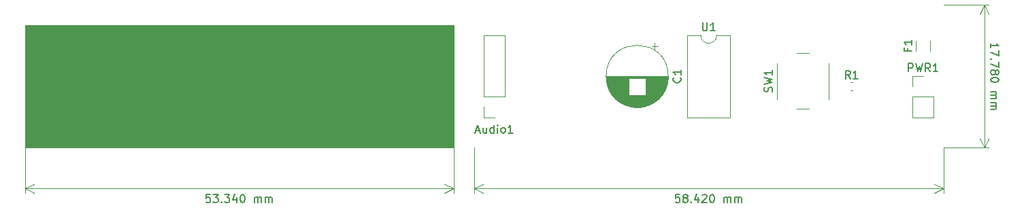
<source format=gbr>
G04 #@! TF.GenerationSoftware,KiCad,Pcbnew,(5.1.0)-1*
G04 #@! TF.CreationDate,2019-03-30T00:31:39+01:00*
G04 #@! TF.ProjectId,UV_Meter,55565f4d-6574-4657-922e-6b696361645f,rev?*
G04 #@! TF.SameCoordinates,Original*
G04 #@! TF.FileFunction,Legend,Top*
G04 #@! TF.FilePolarity,Positive*
%FSLAX46Y46*%
G04 Gerber Fmt 4.6, Leading zero omitted, Abs format (unit mm)*
G04 Created by KiCad (PCBNEW (5.1.0)-1) date 2019-03-30 00:31:39*
%MOMM*%
%LPD*%
G04 APERTURE LIST*
%ADD10C,0.150000*%
%ADD11C,0.120000*%
%ADD12C,0.100000*%
G04 APERTURE END LIST*
D10*
X87177619Y-25638571D02*
X87177619Y-25067142D01*
X87177619Y-25352857D02*
X88177619Y-25352857D01*
X88034761Y-25257619D01*
X87939523Y-25162380D01*
X87891904Y-25067142D01*
X88177619Y-25971904D02*
X88177619Y-26638571D01*
X87177619Y-26210000D01*
X87272857Y-27019523D02*
X87225238Y-27067142D01*
X87177619Y-27019523D01*
X87225238Y-26971904D01*
X87272857Y-27019523D01*
X87177619Y-27019523D01*
X88177619Y-27400476D02*
X88177619Y-28067142D01*
X87177619Y-27638571D01*
X87749047Y-28590952D02*
X87796666Y-28495714D01*
X87844285Y-28448095D01*
X87939523Y-28400476D01*
X87987142Y-28400476D01*
X88082380Y-28448095D01*
X88130000Y-28495714D01*
X88177619Y-28590952D01*
X88177619Y-28781428D01*
X88130000Y-28876666D01*
X88082380Y-28924285D01*
X87987142Y-28971904D01*
X87939523Y-28971904D01*
X87844285Y-28924285D01*
X87796666Y-28876666D01*
X87749047Y-28781428D01*
X87749047Y-28590952D01*
X87701428Y-28495714D01*
X87653809Y-28448095D01*
X87558571Y-28400476D01*
X87368095Y-28400476D01*
X87272857Y-28448095D01*
X87225238Y-28495714D01*
X87177619Y-28590952D01*
X87177619Y-28781428D01*
X87225238Y-28876666D01*
X87272857Y-28924285D01*
X87368095Y-28971904D01*
X87558571Y-28971904D01*
X87653809Y-28924285D01*
X87701428Y-28876666D01*
X87749047Y-28781428D01*
X88177619Y-29590952D02*
X88177619Y-29686190D01*
X88130000Y-29781428D01*
X88082380Y-29829047D01*
X87987142Y-29876666D01*
X87796666Y-29924285D01*
X87558571Y-29924285D01*
X87368095Y-29876666D01*
X87272857Y-29829047D01*
X87225238Y-29781428D01*
X87177619Y-29686190D01*
X87177619Y-29590952D01*
X87225238Y-29495714D01*
X87272857Y-29448095D01*
X87368095Y-29400476D01*
X87558571Y-29352857D01*
X87796666Y-29352857D01*
X87987142Y-29400476D01*
X88082380Y-29448095D01*
X88130000Y-29495714D01*
X88177619Y-29590952D01*
X87177619Y-31114761D02*
X87844285Y-31114761D01*
X87749047Y-31114761D02*
X87796666Y-31162380D01*
X87844285Y-31257619D01*
X87844285Y-31400476D01*
X87796666Y-31495714D01*
X87701428Y-31543333D01*
X87177619Y-31543333D01*
X87701428Y-31543333D02*
X87796666Y-31590952D01*
X87844285Y-31686190D01*
X87844285Y-31829047D01*
X87796666Y-31924285D01*
X87701428Y-31971904D01*
X87177619Y-31971904D01*
X87177619Y-32448095D02*
X87844285Y-32448095D01*
X87749047Y-32448095D02*
X87796666Y-32495714D01*
X87844285Y-32590952D01*
X87844285Y-32733809D01*
X87796666Y-32829047D01*
X87701428Y-32876666D01*
X87177619Y-32876666D01*
X87701428Y-32876666D02*
X87796666Y-32924285D01*
X87844285Y-33019523D01*
X87844285Y-33162380D01*
X87796666Y-33257619D01*
X87701428Y-33305238D01*
X87177619Y-33305238D01*
D11*
X86360000Y-20320000D02*
X86360000Y-38100000D01*
X81280000Y-20320000D02*
X86946421Y-20320000D01*
X81280000Y-38100000D02*
X86946421Y-38100000D01*
X86360000Y-38100000D02*
X85773579Y-36973496D01*
X86360000Y-38100000D02*
X86946421Y-36973496D01*
X86360000Y-20320000D02*
X85773579Y-21446504D01*
X86360000Y-20320000D02*
X86946421Y-21446504D01*
D10*
X48450952Y-43902380D02*
X47974761Y-43902380D01*
X47927142Y-44378571D01*
X47974761Y-44330952D01*
X48070000Y-44283333D01*
X48308095Y-44283333D01*
X48403333Y-44330952D01*
X48450952Y-44378571D01*
X48498571Y-44473809D01*
X48498571Y-44711904D01*
X48450952Y-44807142D01*
X48403333Y-44854761D01*
X48308095Y-44902380D01*
X48070000Y-44902380D01*
X47974761Y-44854761D01*
X47927142Y-44807142D01*
X49070000Y-44330952D02*
X48974761Y-44283333D01*
X48927142Y-44235714D01*
X48879523Y-44140476D01*
X48879523Y-44092857D01*
X48927142Y-43997619D01*
X48974761Y-43950000D01*
X49070000Y-43902380D01*
X49260476Y-43902380D01*
X49355714Y-43950000D01*
X49403333Y-43997619D01*
X49450952Y-44092857D01*
X49450952Y-44140476D01*
X49403333Y-44235714D01*
X49355714Y-44283333D01*
X49260476Y-44330952D01*
X49070000Y-44330952D01*
X48974761Y-44378571D01*
X48927142Y-44426190D01*
X48879523Y-44521428D01*
X48879523Y-44711904D01*
X48927142Y-44807142D01*
X48974761Y-44854761D01*
X49070000Y-44902380D01*
X49260476Y-44902380D01*
X49355714Y-44854761D01*
X49403333Y-44807142D01*
X49450952Y-44711904D01*
X49450952Y-44521428D01*
X49403333Y-44426190D01*
X49355714Y-44378571D01*
X49260476Y-44330952D01*
X49879523Y-44807142D02*
X49927142Y-44854761D01*
X49879523Y-44902380D01*
X49831904Y-44854761D01*
X49879523Y-44807142D01*
X49879523Y-44902380D01*
X50784285Y-44235714D02*
X50784285Y-44902380D01*
X50546190Y-43854761D02*
X50308095Y-44569047D01*
X50927142Y-44569047D01*
X51260476Y-43997619D02*
X51308095Y-43950000D01*
X51403333Y-43902380D01*
X51641428Y-43902380D01*
X51736666Y-43950000D01*
X51784285Y-43997619D01*
X51831904Y-44092857D01*
X51831904Y-44188095D01*
X51784285Y-44330952D01*
X51212857Y-44902380D01*
X51831904Y-44902380D01*
X52450952Y-43902380D02*
X52546190Y-43902380D01*
X52641428Y-43950000D01*
X52689047Y-43997619D01*
X52736666Y-44092857D01*
X52784285Y-44283333D01*
X52784285Y-44521428D01*
X52736666Y-44711904D01*
X52689047Y-44807142D01*
X52641428Y-44854761D01*
X52546190Y-44902380D01*
X52450952Y-44902380D01*
X52355714Y-44854761D01*
X52308095Y-44807142D01*
X52260476Y-44711904D01*
X52212857Y-44521428D01*
X52212857Y-44283333D01*
X52260476Y-44092857D01*
X52308095Y-43997619D01*
X52355714Y-43950000D01*
X52450952Y-43902380D01*
X53974761Y-44902380D02*
X53974761Y-44235714D01*
X53974761Y-44330952D02*
X54022380Y-44283333D01*
X54117619Y-44235714D01*
X54260476Y-44235714D01*
X54355714Y-44283333D01*
X54403333Y-44378571D01*
X54403333Y-44902380D01*
X54403333Y-44378571D02*
X54450952Y-44283333D01*
X54546190Y-44235714D01*
X54689047Y-44235714D01*
X54784285Y-44283333D01*
X54831904Y-44378571D01*
X54831904Y-44902380D01*
X55308095Y-44902380D02*
X55308095Y-44235714D01*
X55308095Y-44330952D02*
X55355714Y-44283333D01*
X55450952Y-44235714D01*
X55593809Y-44235714D01*
X55689047Y-44283333D01*
X55736666Y-44378571D01*
X55736666Y-44902380D01*
X55736666Y-44378571D02*
X55784285Y-44283333D01*
X55879523Y-44235714D01*
X56022380Y-44235714D01*
X56117619Y-44283333D01*
X56165238Y-44378571D01*
X56165238Y-44902380D01*
D11*
X81280000Y-43180000D02*
X22860000Y-43180000D01*
X81280000Y-38100000D02*
X81280000Y-43766421D01*
X22860000Y-38100000D02*
X22860000Y-43766421D01*
X22860000Y-43180000D02*
X23986504Y-42593579D01*
X22860000Y-43180000D02*
X23986504Y-43766421D01*
X81280000Y-43180000D02*
X80153496Y-42593579D01*
X81280000Y-43180000D02*
X80153496Y-43766421D01*
D10*
X-9969047Y-43902380D02*
X-10445238Y-43902380D01*
X-10492857Y-44378571D01*
X-10445238Y-44330952D01*
X-10349999Y-44283333D01*
X-10111904Y-44283333D01*
X-10016666Y-44330952D01*
X-9969047Y-44378571D01*
X-9921428Y-44473809D01*
X-9921428Y-44711904D01*
X-9969047Y-44807142D01*
X-10016666Y-44854761D01*
X-10111904Y-44902380D01*
X-10349999Y-44902380D01*
X-10445238Y-44854761D01*
X-10492857Y-44807142D01*
X-9588095Y-43902380D02*
X-8969047Y-43902380D01*
X-9302380Y-44283333D01*
X-9159523Y-44283333D01*
X-9064285Y-44330952D01*
X-9016666Y-44378571D01*
X-8969047Y-44473809D01*
X-8969047Y-44711904D01*
X-9016666Y-44807142D01*
X-9064285Y-44854761D01*
X-9159523Y-44902380D01*
X-9445238Y-44902380D01*
X-9540476Y-44854761D01*
X-9588095Y-44807142D01*
X-8540476Y-44807142D02*
X-8492857Y-44854761D01*
X-8540476Y-44902380D01*
X-8588095Y-44854761D01*
X-8540476Y-44807142D01*
X-8540476Y-44902380D01*
X-8159523Y-43902380D02*
X-7540476Y-43902380D01*
X-7873809Y-44283333D01*
X-7730952Y-44283333D01*
X-7635714Y-44330952D01*
X-7588095Y-44378571D01*
X-7540476Y-44473809D01*
X-7540476Y-44711904D01*
X-7588095Y-44807142D01*
X-7635714Y-44854761D01*
X-7730952Y-44902380D01*
X-8016666Y-44902380D01*
X-8111904Y-44854761D01*
X-8159523Y-44807142D01*
X-6683333Y-44235714D02*
X-6683333Y-44902380D01*
X-6921428Y-43854761D02*
X-7159523Y-44569047D01*
X-6540476Y-44569047D01*
X-5969047Y-43902380D02*
X-5873809Y-43902380D01*
X-5778571Y-43950000D01*
X-5730952Y-43997619D01*
X-5683333Y-44092857D01*
X-5635714Y-44283333D01*
X-5635714Y-44521428D01*
X-5683333Y-44711904D01*
X-5730952Y-44807142D01*
X-5778571Y-44854761D01*
X-5873809Y-44902380D01*
X-5969047Y-44902380D01*
X-6064285Y-44854761D01*
X-6111904Y-44807142D01*
X-6159523Y-44711904D01*
X-6207142Y-44521428D01*
X-6207142Y-44283333D01*
X-6159523Y-44092857D01*
X-6111904Y-43997619D01*
X-6064285Y-43950000D01*
X-5969047Y-43902380D01*
X-4445238Y-44902380D02*
X-4445238Y-44235714D01*
X-4445238Y-44330952D02*
X-4397619Y-44283333D01*
X-4302380Y-44235714D01*
X-4159523Y-44235714D01*
X-4064285Y-44283333D01*
X-4016666Y-44378571D01*
X-4016666Y-44902380D01*
X-4016666Y-44378571D02*
X-3969047Y-44283333D01*
X-3873809Y-44235714D01*
X-3730952Y-44235714D01*
X-3635714Y-44283333D01*
X-3588095Y-44378571D01*
X-3588095Y-44902380D01*
X-3111904Y-44902380D02*
X-3111904Y-44235714D01*
X-3111904Y-44330952D02*
X-3064285Y-44283333D01*
X-2969047Y-44235714D01*
X-2826190Y-44235714D01*
X-2730952Y-44283333D01*
X-2683333Y-44378571D01*
X-2683333Y-44902380D01*
X-2683333Y-44378571D02*
X-2635714Y-44283333D01*
X-2540476Y-44235714D01*
X-2397619Y-44235714D01*
X-2302380Y-44283333D01*
X-2254761Y-44378571D01*
X-2254761Y-44902380D01*
D11*
X20320000Y-43180000D02*
X-33020000Y-43180000D01*
X20320000Y-38100000D02*
X20320000Y-43766421D01*
X-33020000Y-38100000D02*
X-33020000Y-43766421D01*
X-33020000Y-43180000D02*
X-31893496Y-42593579D01*
X-33020000Y-43180000D02*
X-31893496Y-43766421D01*
X20320000Y-43180000D02*
X19193496Y-42593579D01*
X20320000Y-43180000D02*
X19193496Y-43766421D01*
D12*
G36*
X20320000Y-38100000D02*
G01*
X-33020000Y-38100000D01*
X-33020000Y-22860000D01*
X20320000Y-22860000D01*
X20320000Y-38100000D01*
G37*
X20320000Y-38100000D02*
X-33020000Y-38100000D01*
X-33020000Y-22860000D01*
X20320000Y-22860000D01*
X20320000Y-38100000D01*
D11*
X45730000Y-25422789D02*
X44980000Y-25422789D01*
X45355000Y-25047789D02*
X45355000Y-25797789D01*
X43621000Y-33031000D02*
X42739000Y-33031000D01*
X43873000Y-32991000D02*
X42487000Y-32991000D01*
X44057000Y-32951000D02*
X42303000Y-32951000D01*
X44208000Y-32911000D02*
X42152000Y-32911000D01*
X44338000Y-32871000D02*
X42022000Y-32871000D01*
X44455000Y-32831000D02*
X41905000Y-32831000D01*
X44561000Y-32791000D02*
X41799000Y-32791000D01*
X44658000Y-32751000D02*
X41702000Y-32751000D01*
X44749000Y-32711000D02*
X41611000Y-32711000D01*
X44834000Y-32671000D02*
X41526000Y-32671000D01*
X44913000Y-32631000D02*
X41447000Y-32631000D01*
X44989000Y-32591000D02*
X41371000Y-32591000D01*
X45061000Y-32551000D02*
X41299000Y-32551000D01*
X45129000Y-32511000D02*
X41231000Y-32511000D01*
X45194000Y-32471000D02*
X41166000Y-32471000D01*
X45257000Y-32431000D02*
X41103000Y-32431000D01*
X45317000Y-32391000D02*
X41043000Y-32391000D01*
X45375000Y-32351000D02*
X40985000Y-32351000D01*
X45430000Y-32311000D02*
X40930000Y-32311000D01*
X45484000Y-32271000D02*
X40876000Y-32271000D01*
X45535000Y-32231000D02*
X40825000Y-32231000D01*
X45585000Y-32191000D02*
X40775000Y-32191000D01*
X45634000Y-32151000D02*
X40726000Y-32151000D01*
X45680000Y-32111000D02*
X40680000Y-32111000D01*
X45726000Y-32071000D02*
X40634000Y-32071000D01*
X45769000Y-32031000D02*
X40591000Y-32031000D01*
X45812000Y-31991000D02*
X40548000Y-31991000D01*
X45853000Y-31951000D02*
X40507000Y-31951000D01*
X45893000Y-31911000D02*
X40467000Y-31911000D01*
X45932000Y-31871000D02*
X40428000Y-31871000D01*
X45970000Y-31831000D02*
X40390000Y-31831000D01*
X46007000Y-31791000D02*
X40353000Y-31791000D01*
X46043000Y-31751000D02*
X40317000Y-31751000D01*
X46078000Y-31711000D02*
X40282000Y-31711000D01*
X46111000Y-31671000D02*
X40249000Y-31671000D01*
X46144000Y-31631000D02*
X40216000Y-31631000D01*
X46176000Y-31591000D02*
X40184000Y-31591000D01*
X46208000Y-31551000D02*
X40152000Y-31551000D01*
X46238000Y-31511000D02*
X40122000Y-31511000D01*
X42140000Y-31471000D02*
X40092000Y-31471000D01*
X46268000Y-31471000D02*
X44220000Y-31471000D01*
X42140000Y-31431000D02*
X40064000Y-31431000D01*
X46296000Y-31431000D02*
X44220000Y-31431000D01*
X42140000Y-31391000D02*
X40036000Y-31391000D01*
X46324000Y-31391000D02*
X44220000Y-31391000D01*
X42140000Y-31351000D02*
X40008000Y-31351000D01*
X46352000Y-31351000D02*
X44220000Y-31351000D01*
X42140000Y-31311000D02*
X39982000Y-31311000D01*
X46378000Y-31311000D02*
X44220000Y-31311000D01*
X42140000Y-31271000D02*
X39956000Y-31271000D01*
X46404000Y-31271000D02*
X44220000Y-31271000D01*
X42140000Y-31231000D02*
X39931000Y-31231000D01*
X46429000Y-31231000D02*
X44220000Y-31231000D01*
X42140000Y-31191000D02*
X39906000Y-31191000D01*
X46454000Y-31191000D02*
X44220000Y-31191000D01*
X42140000Y-31151000D02*
X39883000Y-31151000D01*
X46477000Y-31151000D02*
X44220000Y-31151000D01*
X42140000Y-31111000D02*
X39859000Y-31111000D01*
X46501000Y-31111000D02*
X44220000Y-31111000D01*
X42140000Y-31071000D02*
X39837000Y-31071000D01*
X46523000Y-31071000D02*
X44220000Y-31071000D01*
X42140000Y-31031000D02*
X39815000Y-31031000D01*
X46545000Y-31031000D02*
X44220000Y-31031000D01*
X42140000Y-30991000D02*
X39794000Y-30991000D01*
X46566000Y-30991000D02*
X44220000Y-30991000D01*
X42140000Y-30951000D02*
X39773000Y-30951000D01*
X46587000Y-30951000D02*
X44220000Y-30951000D01*
X42140000Y-30911000D02*
X39753000Y-30911000D01*
X46607000Y-30911000D02*
X44220000Y-30911000D01*
X42140000Y-30871000D02*
X39733000Y-30871000D01*
X46627000Y-30871000D02*
X44220000Y-30871000D01*
X42140000Y-30831000D02*
X39714000Y-30831000D01*
X46646000Y-30831000D02*
X44220000Y-30831000D01*
X42140000Y-30791000D02*
X39696000Y-30791000D01*
X46664000Y-30791000D02*
X44220000Y-30791000D01*
X42140000Y-30751000D02*
X39678000Y-30751000D01*
X46682000Y-30751000D02*
X44220000Y-30751000D01*
X42140000Y-30711000D02*
X39660000Y-30711000D01*
X46700000Y-30711000D02*
X44220000Y-30711000D01*
X42140000Y-30671000D02*
X39644000Y-30671000D01*
X46716000Y-30671000D02*
X44220000Y-30671000D01*
X42140000Y-30631000D02*
X39627000Y-30631000D01*
X46733000Y-30631000D02*
X44220000Y-30631000D01*
X42140000Y-30591000D02*
X39612000Y-30591000D01*
X46748000Y-30591000D02*
X44220000Y-30591000D01*
X42140000Y-30551000D02*
X39596000Y-30551000D01*
X46764000Y-30551000D02*
X44220000Y-30551000D01*
X42140000Y-30511000D02*
X39582000Y-30511000D01*
X46778000Y-30511000D02*
X44220000Y-30511000D01*
X42140000Y-30471000D02*
X39567000Y-30471000D01*
X46793000Y-30471000D02*
X44220000Y-30471000D01*
X42140000Y-30431000D02*
X39554000Y-30431000D01*
X46806000Y-30431000D02*
X44220000Y-30431000D01*
X42140000Y-30391000D02*
X39540000Y-30391000D01*
X46820000Y-30391000D02*
X44220000Y-30391000D01*
X42140000Y-30351000D02*
X39527000Y-30351000D01*
X46833000Y-30351000D02*
X44220000Y-30351000D01*
X42140000Y-30311000D02*
X39515000Y-30311000D01*
X46845000Y-30311000D02*
X44220000Y-30311000D01*
X42140000Y-30271000D02*
X39503000Y-30271000D01*
X46857000Y-30271000D02*
X44220000Y-30271000D01*
X42140000Y-30231000D02*
X39492000Y-30231000D01*
X46868000Y-30231000D02*
X44220000Y-30231000D01*
X42140000Y-30191000D02*
X39481000Y-30191000D01*
X46879000Y-30191000D02*
X44220000Y-30191000D01*
X42140000Y-30151000D02*
X39470000Y-30151000D01*
X46890000Y-30151000D02*
X44220000Y-30151000D01*
X42140000Y-30111000D02*
X39460000Y-30111000D01*
X46900000Y-30111000D02*
X44220000Y-30111000D01*
X42140000Y-30071000D02*
X39451000Y-30071000D01*
X46909000Y-30071000D02*
X44220000Y-30071000D01*
X42140000Y-30031000D02*
X39442000Y-30031000D01*
X46918000Y-30031000D02*
X44220000Y-30031000D01*
X42140000Y-29991000D02*
X39433000Y-29991000D01*
X46927000Y-29991000D02*
X44220000Y-29991000D01*
X42140000Y-29951000D02*
X39425000Y-29951000D01*
X46935000Y-29951000D02*
X44220000Y-29951000D01*
X42140000Y-29911000D02*
X39417000Y-29911000D01*
X46943000Y-29911000D02*
X44220000Y-29911000D01*
X42140000Y-29870000D02*
X39410000Y-29870000D01*
X46950000Y-29870000D02*
X44220000Y-29870000D01*
X42140000Y-29830000D02*
X39403000Y-29830000D01*
X46957000Y-29830000D02*
X44220000Y-29830000D01*
X42140000Y-29790000D02*
X39396000Y-29790000D01*
X46964000Y-29790000D02*
X44220000Y-29790000D01*
X42140000Y-29750000D02*
X39390000Y-29750000D01*
X46970000Y-29750000D02*
X44220000Y-29750000D01*
X42140000Y-29710000D02*
X39385000Y-29710000D01*
X46975000Y-29710000D02*
X44220000Y-29710000D01*
X42140000Y-29670000D02*
X39379000Y-29670000D01*
X46981000Y-29670000D02*
X44220000Y-29670000D01*
X42140000Y-29630000D02*
X39375000Y-29630000D01*
X46985000Y-29630000D02*
X44220000Y-29630000D01*
X42140000Y-29590000D02*
X39370000Y-29590000D01*
X46990000Y-29590000D02*
X44220000Y-29590000D01*
X42140000Y-29550000D02*
X39366000Y-29550000D01*
X46994000Y-29550000D02*
X44220000Y-29550000D01*
X42140000Y-29510000D02*
X39363000Y-29510000D01*
X46997000Y-29510000D02*
X44220000Y-29510000D01*
X42140000Y-29470000D02*
X39360000Y-29470000D01*
X47000000Y-29470000D02*
X44220000Y-29470000D01*
X42140000Y-29430000D02*
X39357000Y-29430000D01*
X47003000Y-29430000D02*
X44220000Y-29430000D01*
X47005000Y-29390000D02*
X39355000Y-29390000D01*
X47007000Y-29350000D02*
X39353000Y-29350000D01*
X47009000Y-29310000D02*
X39351000Y-29310000D01*
X47010000Y-29270000D02*
X39350000Y-29270000D01*
X47010000Y-29230000D02*
X39350000Y-29230000D01*
X47010000Y-29190000D02*
X39350000Y-29190000D01*
X47050000Y-29190000D02*
G75*
G03X47050000Y-29190000I-3870000J0D01*
G01*
X25400000Y-34350000D02*
X24070000Y-34350000D01*
X24070000Y-34350000D02*
X24070000Y-33020000D01*
X24070000Y-31750000D02*
X24070000Y-24070000D01*
X26730000Y-24070000D02*
X24070000Y-24070000D01*
X26730000Y-31750000D02*
X26730000Y-24070000D01*
X26730000Y-31750000D02*
X24070000Y-31750000D01*
X77410000Y-29150000D02*
X78740000Y-29150000D01*
X77410000Y-30480000D02*
X77410000Y-29150000D01*
X77410000Y-31750000D02*
X80070000Y-31750000D01*
X80070000Y-31750000D02*
X80070000Y-34350000D01*
X77410000Y-31750000D02*
X77410000Y-34350000D01*
X77410000Y-34350000D02*
X80070000Y-34350000D01*
X79650000Y-26002064D02*
X79650000Y-24797936D01*
X77830000Y-26002064D02*
X77830000Y-24797936D01*
X54720000Y-24070000D02*
X53070000Y-24070000D01*
X54720000Y-34350000D02*
X54720000Y-24070000D01*
X49420000Y-34350000D02*
X54720000Y-34350000D01*
X49420000Y-24070000D02*
X49420000Y-34350000D01*
X51070000Y-24070000D02*
X49420000Y-24070000D01*
X53070000Y-24070000D02*
G75*
G02X51070000Y-24070000I-1000000J0D01*
G01*
X64540000Y-26270000D02*
X63040000Y-26270000D01*
X60540000Y-27520000D02*
X60540000Y-32020000D01*
X63040000Y-33270000D02*
X64540000Y-33270000D01*
X67040000Y-32020000D02*
X67040000Y-27520000D01*
X69687221Y-30990000D02*
X70012779Y-30990000D01*
X69687221Y-29970000D02*
X70012779Y-29970000D01*
D10*
X48537142Y-29356666D02*
X48584761Y-29404285D01*
X48632380Y-29547142D01*
X48632380Y-29642380D01*
X48584761Y-29785238D01*
X48489523Y-29880476D01*
X48394285Y-29928095D01*
X48203809Y-29975714D01*
X48060952Y-29975714D01*
X47870476Y-29928095D01*
X47775238Y-29880476D01*
X47680000Y-29785238D01*
X47632380Y-29642380D01*
X47632380Y-29547142D01*
X47680000Y-29404285D01*
X47727619Y-29356666D01*
X48632380Y-28404285D02*
X48632380Y-28975714D01*
X48632380Y-28690000D02*
X47632380Y-28690000D01*
X47775238Y-28785238D01*
X47870476Y-28880476D01*
X47918095Y-28975714D01*
X23090476Y-35956666D02*
X23566666Y-35956666D01*
X22995238Y-36242380D02*
X23328571Y-35242380D01*
X23661904Y-36242380D01*
X24423809Y-35575714D02*
X24423809Y-36242380D01*
X23995238Y-35575714D02*
X23995238Y-36099523D01*
X24042857Y-36194761D01*
X24138095Y-36242380D01*
X24280952Y-36242380D01*
X24376190Y-36194761D01*
X24423809Y-36147142D01*
X25328571Y-36242380D02*
X25328571Y-35242380D01*
X25328571Y-36194761D02*
X25233333Y-36242380D01*
X25042857Y-36242380D01*
X24947619Y-36194761D01*
X24900000Y-36147142D01*
X24852380Y-36051904D01*
X24852380Y-35766190D01*
X24900000Y-35670952D01*
X24947619Y-35623333D01*
X25042857Y-35575714D01*
X25233333Y-35575714D01*
X25328571Y-35623333D01*
X25804761Y-36242380D02*
X25804761Y-35575714D01*
X25804761Y-35242380D02*
X25757142Y-35290000D01*
X25804761Y-35337619D01*
X25852380Y-35290000D01*
X25804761Y-35242380D01*
X25804761Y-35337619D01*
X26423809Y-36242380D02*
X26328571Y-36194761D01*
X26280952Y-36147142D01*
X26233333Y-36051904D01*
X26233333Y-35766190D01*
X26280952Y-35670952D01*
X26328571Y-35623333D01*
X26423809Y-35575714D01*
X26566666Y-35575714D01*
X26661904Y-35623333D01*
X26709523Y-35670952D01*
X26757142Y-35766190D01*
X26757142Y-36051904D01*
X26709523Y-36147142D01*
X26661904Y-36194761D01*
X26566666Y-36242380D01*
X26423809Y-36242380D01*
X27709523Y-36242380D02*
X27138095Y-36242380D01*
X27423809Y-36242380D02*
X27423809Y-35242380D01*
X27328571Y-35385238D01*
X27233333Y-35480476D01*
X27138095Y-35528095D01*
X76930476Y-28602380D02*
X76930476Y-27602380D01*
X77311428Y-27602380D01*
X77406666Y-27650000D01*
X77454285Y-27697619D01*
X77501904Y-27792857D01*
X77501904Y-27935714D01*
X77454285Y-28030952D01*
X77406666Y-28078571D01*
X77311428Y-28126190D01*
X76930476Y-28126190D01*
X77835238Y-27602380D02*
X78073333Y-28602380D01*
X78263809Y-27888095D01*
X78454285Y-28602380D01*
X78692380Y-27602380D01*
X79644761Y-28602380D02*
X79311428Y-28126190D01*
X79073333Y-28602380D02*
X79073333Y-27602380D01*
X79454285Y-27602380D01*
X79549523Y-27650000D01*
X79597142Y-27697619D01*
X79644761Y-27792857D01*
X79644761Y-27935714D01*
X79597142Y-28030952D01*
X79549523Y-28078571D01*
X79454285Y-28126190D01*
X79073333Y-28126190D01*
X80597142Y-28602380D02*
X80025714Y-28602380D01*
X80311428Y-28602380D02*
X80311428Y-27602380D01*
X80216190Y-27745238D01*
X80120952Y-27840476D01*
X80025714Y-27888095D01*
X76848571Y-25733333D02*
X76848571Y-26066666D01*
X77372380Y-26066666D02*
X76372380Y-26066666D01*
X76372380Y-25590476D01*
X77372380Y-24685714D02*
X77372380Y-25257142D01*
X77372380Y-24971428D02*
X76372380Y-24971428D01*
X76515238Y-25066666D01*
X76610476Y-25161904D01*
X76658095Y-25257142D01*
X51308095Y-22522380D02*
X51308095Y-23331904D01*
X51355714Y-23427142D01*
X51403333Y-23474761D01*
X51498571Y-23522380D01*
X51689047Y-23522380D01*
X51784285Y-23474761D01*
X51831904Y-23427142D01*
X51879523Y-23331904D01*
X51879523Y-22522380D01*
X52879523Y-23522380D02*
X52308095Y-23522380D01*
X52593809Y-23522380D02*
X52593809Y-22522380D01*
X52498571Y-22665238D01*
X52403333Y-22760476D01*
X52308095Y-22808095D01*
X59944761Y-31103333D02*
X59992380Y-30960476D01*
X59992380Y-30722380D01*
X59944761Y-30627142D01*
X59897142Y-30579523D01*
X59801904Y-30531904D01*
X59706666Y-30531904D01*
X59611428Y-30579523D01*
X59563809Y-30627142D01*
X59516190Y-30722380D01*
X59468571Y-30912857D01*
X59420952Y-31008095D01*
X59373333Y-31055714D01*
X59278095Y-31103333D01*
X59182857Y-31103333D01*
X59087619Y-31055714D01*
X59040000Y-31008095D01*
X58992380Y-30912857D01*
X58992380Y-30674761D01*
X59040000Y-30531904D01*
X58992380Y-30198571D02*
X59992380Y-29960476D01*
X59278095Y-29770000D01*
X59992380Y-29579523D01*
X58992380Y-29341428D01*
X59992380Y-28436666D02*
X59992380Y-29008095D01*
X59992380Y-28722380D02*
X58992380Y-28722380D01*
X59135238Y-28817619D01*
X59230476Y-28912857D01*
X59278095Y-29008095D01*
X69683333Y-29502380D02*
X69350000Y-29026190D01*
X69111904Y-29502380D02*
X69111904Y-28502380D01*
X69492857Y-28502380D01*
X69588095Y-28550000D01*
X69635714Y-28597619D01*
X69683333Y-28692857D01*
X69683333Y-28835714D01*
X69635714Y-28930952D01*
X69588095Y-28978571D01*
X69492857Y-29026190D01*
X69111904Y-29026190D01*
X70635714Y-29502380D02*
X70064285Y-29502380D01*
X70350000Y-29502380D02*
X70350000Y-28502380D01*
X70254761Y-28645238D01*
X70159523Y-28740476D01*
X70064285Y-28788095D01*
M02*

</source>
